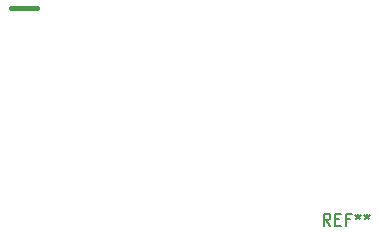
<source format=gbr>
G04 #@! TF.FileFunction,Drawing*
%FSLAX46Y46*%
G04 Gerber Fmt 4.6, Leading zero omitted, Abs format (unit mm)*
G04 Created by KiCad (PCBNEW 4.0.4+e1-6308~48~ubuntu15.10.1-stable) date Tue Aug  8 09:27:19 2017*
%MOMM*%
%LPD*%
G01*
G04 APERTURE LIST*
%ADD10C,0.150000*%
%ADD11C,0.381000*%
G04 APERTURE END LIST*
D10*
D11*
X62941200Y-95720000D02*
X65125600Y-95720000D01*
D10*
X89954267Y-114151981D02*
X89620933Y-113675790D01*
X89382838Y-114151981D02*
X89382838Y-113151981D01*
X89763791Y-113151981D01*
X89859029Y-113199600D01*
X89906648Y-113247219D01*
X89954267Y-113342457D01*
X89954267Y-113485314D01*
X89906648Y-113580552D01*
X89859029Y-113628171D01*
X89763791Y-113675790D01*
X89382838Y-113675790D01*
X90382838Y-113628171D02*
X90716172Y-113628171D01*
X90859029Y-114151981D02*
X90382838Y-114151981D01*
X90382838Y-113151981D01*
X90859029Y-113151981D01*
X91620934Y-113628171D02*
X91287600Y-113628171D01*
X91287600Y-114151981D02*
X91287600Y-113151981D01*
X91763791Y-113151981D01*
X92287600Y-113151981D02*
X92287600Y-113390076D01*
X92049505Y-113294838D02*
X92287600Y-113390076D01*
X92525696Y-113294838D01*
X92144743Y-113580552D02*
X92287600Y-113390076D01*
X92430458Y-113580552D01*
X93049505Y-113151981D02*
X93049505Y-113390076D01*
X92811410Y-113294838D02*
X93049505Y-113390076D01*
X93287601Y-113294838D01*
X92906648Y-113580552D02*
X93049505Y-113390076D01*
X93192363Y-113580552D01*
M02*

</source>
